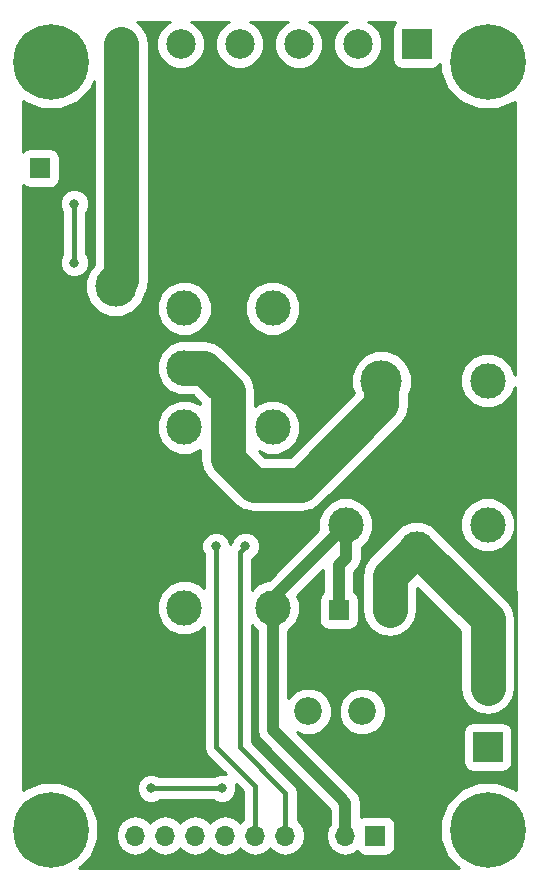
<source format=gbr>
G04 #@! TF.FileFunction,Copper,L2,Bot,Signal*
%FSLAX46Y46*%
G04 Gerber Fmt 4.6, Leading zero omitted, Abs format (unit mm)*
G04 Created by KiCad (PCBNEW 4.0.6) date Monday, July 31, 2017 'PMt' 06:05:11 PM*
%MOMM*%
%LPD*%
G01*
G04 APERTURE LIST*
%ADD10C,0.100000*%
%ADD11C,6.400000*%
%ADD12C,3.000000*%
%ADD13R,2.500000X2.500000*%
%ADD14C,2.500000*%
%ADD15C,2.350000*%
%ADD16R,1.700000X1.700000*%
%ADD17O,1.700000X1.700000*%
%ADD18C,3.500000*%
%ADD19C,0.800000*%
%ADD20C,1.000000*%
%ADD21C,3.000000*%
%ADD22C,0.400000*%
%ADD23C,0.254000*%
G04 APERTURE END LIST*
D10*
D11*
X91000000Y-145000000D03*
X54000000Y-145000000D03*
X91000000Y-80000000D03*
D12*
X65300000Y-126200000D03*
X72800000Y-126200000D03*
X65300000Y-105880000D03*
X72800000Y-100840000D03*
X72800000Y-110920000D03*
X65300000Y-110920000D03*
X72800000Y-105880000D03*
X65300000Y-100840000D03*
D13*
X91000000Y-138000000D03*
D14*
X91000000Y-133000000D03*
D12*
X91000000Y-119200000D03*
X91000000Y-107000000D03*
X79000000Y-119200000D03*
X85000000Y-121200000D03*
D15*
X64500000Y-135000000D03*
X59900000Y-135000000D03*
X75800000Y-135000000D03*
X80400000Y-135000000D03*
D11*
X54000000Y-80000000D03*
D16*
X59600000Y-116100000D03*
X78400000Y-126400000D03*
X53100000Y-89000000D03*
X82700000Y-126400000D03*
X81500000Y-145500000D03*
D17*
X78960000Y-145500000D03*
X76420000Y-145500000D03*
X73880000Y-145500000D03*
X71340000Y-145500000D03*
X68800000Y-145500000D03*
X66260000Y-145500000D03*
X63720000Y-145500000D03*
X61180000Y-145500000D03*
D14*
X60000000Y-78500000D03*
X65000000Y-78500000D03*
X70000000Y-78500000D03*
X75000000Y-78500000D03*
D13*
X85000000Y-78500000D03*
D14*
X80000000Y-78500000D03*
D18*
X82000000Y-107000000D03*
D19*
X86750000Y-132000000D03*
X59900000Y-129900000D03*
X54500000Y-100750000D03*
X88000000Y-85500000D03*
X78000000Y-85500000D03*
X54750000Y-85500000D03*
X68500000Y-141500000D03*
X62500000Y-141500000D03*
X56000000Y-92000000D03*
X56000000Y-97000000D03*
D18*
X59500000Y-99000000D03*
D19*
X68000000Y-121000000D03*
X70500000Y-121000000D03*
D20*
X78960000Y-145500000D02*
X78960000Y-142760000D01*
X78460000Y-142260000D02*
X72800000Y-136600000D01*
X72800000Y-136600000D02*
X72800000Y-126200000D01*
X78960000Y-142760000D02*
X78460000Y-142260000D01*
X78400000Y-126400000D02*
X78400000Y-122600000D01*
X79000000Y-122000000D02*
X79000000Y-119200000D01*
X78400000Y-122600000D02*
X79000000Y-122000000D01*
X72800000Y-126200000D02*
X72800000Y-125400000D01*
X72800000Y-125400000D02*
X79000000Y-119200000D01*
D21*
X74800000Y-115800000D02*
X75200000Y-115800000D01*
X74800000Y-115800000D02*
X71200000Y-115800000D01*
X71200000Y-115800000D02*
X69000000Y-113600000D01*
X69000000Y-113600000D02*
X69000000Y-107900000D01*
X69000000Y-107900000D02*
X66980000Y-105880000D01*
X65300000Y-105880000D02*
X66980000Y-105880000D01*
X82000000Y-109000000D02*
X82000000Y-107000000D01*
X75200000Y-115800000D02*
X82000000Y-109000000D01*
D22*
X62500000Y-141500000D02*
X68500000Y-141500000D01*
X56000000Y-97000000D02*
X56000000Y-92000000D01*
D21*
X82700000Y-126400000D02*
X82700000Y-123500000D01*
X82700000Y-123500000D02*
X85000000Y-121200000D01*
X91000000Y-133000000D02*
X91000000Y-127200000D01*
X91000000Y-127200000D02*
X85000000Y-121200000D01*
X59500000Y-99000000D02*
X60000000Y-98500000D01*
X60000000Y-98500000D02*
X60000000Y-78500000D01*
D22*
X68000000Y-134500000D02*
X68000000Y-138000000D01*
X68000000Y-138000000D02*
X71340000Y-141340000D01*
X71340000Y-145500000D02*
X71340000Y-141340000D01*
X68000000Y-121000000D02*
X68000000Y-134500000D01*
X70000000Y-136000000D02*
X70000000Y-138000000D01*
X73880000Y-141880000D02*
X73880000Y-145500000D01*
X70000000Y-138000000D02*
X73880000Y-141880000D01*
X70000000Y-136000000D02*
X70000000Y-133500000D01*
X70000000Y-121500000D02*
X70000000Y-133500000D01*
X70500000Y-121000000D02*
X70000000Y-121500000D01*
D23*
G36*
X63825011Y-76738178D02*
X63240232Y-77321938D01*
X62923361Y-78085047D01*
X62922640Y-78911328D01*
X63238178Y-79674989D01*
X63821938Y-80259768D01*
X64585047Y-80576639D01*
X65411328Y-80577360D01*
X66174989Y-80261822D01*
X66759768Y-79678062D01*
X67076639Y-78914953D01*
X67077360Y-78088672D01*
X66761822Y-77325011D01*
X66178062Y-76740232D01*
X65905369Y-76627000D01*
X69094083Y-76627000D01*
X68825011Y-76738178D01*
X68240232Y-77321938D01*
X67923361Y-78085047D01*
X67922640Y-78911328D01*
X68238178Y-79674989D01*
X68821938Y-80259768D01*
X69585047Y-80576639D01*
X70411328Y-80577360D01*
X71174989Y-80261822D01*
X71759768Y-79678062D01*
X72076639Y-78914953D01*
X72077360Y-78088672D01*
X71761822Y-77325011D01*
X71178062Y-76740232D01*
X70905369Y-76627000D01*
X74094083Y-76627000D01*
X73825011Y-76738178D01*
X73240232Y-77321938D01*
X72923361Y-78085047D01*
X72922640Y-78911328D01*
X73238178Y-79674989D01*
X73821938Y-80259768D01*
X74585047Y-80576639D01*
X75411328Y-80577360D01*
X76174989Y-80261822D01*
X76759768Y-79678062D01*
X77076639Y-78914953D01*
X77077360Y-78088672D01*
X76761822Y-77325011D01*
X76178062Y-76740232D01*
X75905369Y-76627000D01*
X79094083Y-76627000D01*
X78825011Y-76738178D01*
X78240232Y-77321938D01*
X77923361Y-78085047D01*
X77922640Y-78911328D01*
X78238178Y-79674989D01*
X78821938Y-80259768D01*
X79585047Y-80576639D01*
X80411328Y-80577360D01*
X81174989Y-80261822D01*
X81759768Y-79678062D01*
X82076639Y-78914953D01*
X82077360Y-78088672D01*
X81761822Y-77325011D01*
X81178062Y-76740232D01*
X80905369Y-76627000D01*
X83190946Y-76627000D01*
X83162061Y-76645587D01*
X82973231Y-76921948D01*
X82906799Y-77250000D01*
X82906799Y-79750000D01*
X82964465Y-80056468D01*
X83145587Y-80337939D01*
X83421948Y-80526769D01*
X83750000Y-80593201D01*
X86250000Y-80593201D01*
X86556468Y-80535535D01*
X86837939Y-80354413D01*
X86972861Y-80156949D01*
X86972302Y-80797506D01*
X87584085Y-82278132D01*
X88715909Y-83411934D01*
X90195466Y-84026300D01*
X91797506Y-84027698D01*
X93278132Y-83415915D01*
X93282612Y-83411443D01*
X93314736Y-106508505D01*
X92973885Y-105683582D01*
X92319861Y-105028415D01*
X91464900Y-104673404D01*
X90539162Y-104672597D01*
X89683582Y-105026115D01*
X89028415Y-105680139D01*
X88673404Y-106535100D01*
X88672597Y-107460838D01*
X89026115Y-108316418D01*
X89680139Y-108971585D01*
X90535100Y-109326596D01*
X91460838Y-109327403D01*
X92316418Y-108973885D01*
X92971585Y-108319861D01*
X93316101Y-107490174D01*
X93363636Y-141667750D01*
X93284091Y-141588066D01*
X91804534Y-140973700D01*
X90202494Y-140972302D01*
X88721868Y-141584085D01*
X87588066Y-142715909D01*
X86973700Y-144195466D01*
X86972302Y-145797506D01*
X87584085Y-147278132D01*
X88577217Y-148273000D01*
X56421297Y-148273000D01*
X57411934Y-147284091D01*
X58026300Y-145804534D01*
X58026594Y-145467146D01*
X59503000Y-145467146D01*
X59503000Y-145532854D01*
X59630654Y-146174614D01*
X59994182Y-146718672D01*
X60538240Y-147082200D01*
X61180000Y-147209854D01*
X61821760Y-147082200D01*
X62365818Y-146718672D01*
X62450000Y-146592685D01*
X62534182Y-146718672D01*
X63078240Y-147082200D01*
X63720000Y-147209854D01*
X64361760Y-147082200D01*
X64905818Y-146718672D01*
X64990000Y-146592685D01*
X65074182Y-146718672D01*
X65618240Y-147082200D01*
X66260000Y-147209854D01*
X66901760Y-147082200D01*
X67445818Y-146718672D01*
X67530000Y-146592685D01*
X67614182Y-146718672D01*
X68158240Y-147082200D01*
X68800000Y-147209854D01*
X69441760Y-147082200D01*
X69985818Y-146718672D01*
X70070000Y-146592685D01*
X70154182Y-146718672D01*
X70698240Y-147082200D01*
X71340000Y-147209854D01*
X71981760Y-147082200D01*
X72525818Y-146718672D01*
X72610000Y-146592685D01*
X72694182Y-146718672D01*
X73238240Y-147082200D01*
X73880000Y-147209854D01*
X74521760Y-147082200D01*
X75065818Y-146718672D01*
X75429346Y-146174614D01*
X75557000Y-145532854D01*
X75557000Y-145467146D01*
X75429346Y-144825386D01*
X75065818Y-144281328D01*
X74907000Y-144175209D01*
X74907000Y-141880005D01*
X74907001Y-141880000D01*
X74828824Y-141486985D01*
X74828824Y-141486984D01*
X74606199Y-141153801D01*
X74606196Y-141153799D01*
X71027000Y-137574602D01*
X71027000Y-127717654D01*
X71473000Y-128164434D01*
X71473000Y-136600000D01*
X71574012Y-137107821D01*
X71861669Y-137538331D01*
X77633000Y-143309662D01*
X77633000Y-144492622D01*
X77410654Y-144825386D01*
X77283000Y-145467146D01*
X77283000Y-145532854D01*
X77410654Y-146174614D01*
X77774182Y-146718672D01*
X78318240Y-147082200D01*
X78960000Y-147209854D01*
X79601760Y-147082200D01*
X79977054Y-146831436D01*
X80045587Y-146937939D01*
X80321948Y-147126769D01*
X80650000Y-147193201D01*
X82350000Y-147193201D01*
X82656468Y-147135535D01*
X82937939Y-146954413D01*
X83126769Y-146678052D01*
X83193201Y-146350000D01*
X83193201Y-144650000D01*
X83135535Y-144343532D01*
X82954413Y-144062061D01*
X82678052Y-143873231D01*
X82350000Y-143806799D01*
X80650000Y-143806799D01*
X80343532Y-143864465D01*
X80287000Y-143900842D01*
X80287000Y-142760005D01*
X80287001Y-142760000D01*
X80185988Y-142252179D01*
X79898331Y-141821669D01*
X74849864Y-136773202D01*
X75400031Y-137001651D01*
X76196475Y-137002346D01*
X76932560Y-136698202D01*
X77496223Y-136135522D01*
X77801651Y-135399969D01*
X77801654Y-135396475D01*
X78397654Y-135396475D01*
X78701798Y-136132560D01*
X79264478Y-136696223D01*
X80000031Y-137001651D01*
X80796475Y-137002346D01*
X81407199Y-136750000D01*
X88906799Y-136750000D01*
X88906799Y-139250000D01*
X88964465Y-139556468D01*
X89145587Y-139837939D01*
X89421948Y-140026769D01*
X89750000Y-140093201D01*
X92250000Y-140093201D01*
X92556468Y-140035535D01*
X92837939Y-139854413D01*
X93026769Y-139578052D01*
X93093201Y-139250000D01*
X93093201Y-136750000D01*
X93035535Y-136443532D01*
X92854413Y-136162061D01*
X92578052Y-135973231D01*
X92250000Y-135906799D01*
X89750000Y-135906799D01*
X89443532Y-135964465D01*
X89162061Y-136145587D01*
X88973231Y-136421948D01*
X88906799Y-136750000D01*
X81407199Y-136750000D01*
X81532560Y-136698202D01*
X82096223Y-136135522D01*
X82401651Y-135399969D01*
X82402346Y-134603525D01*
X82098202Y-133867440D01*
X81535522Y-133303777D01*
X80799969Y-132998349D01*
X80003525Y-132997654D01*
X79267440Y-133301798D01*
X78703777Y-133864478D01*
X78398349Y-134600031D01*
X78397654Y-135396475D01*
X77801654Y-135396475D01*
X77802346Y-134603525D01*
X77498202Y-133867440D01*
X76935522Y-133303777D01*
X76199969Y-132998349D01*
X75403525Y-132997654D01*
X74667440Y-133301798D01*
X74127000Y-133841295D01*
X74127000Y-128163321D01*
X74771585Y-127519861D01*
X75126596Y-126664900D01*
X75127403Y-125739162D01*
X74896450Y-125180212D01*
X77073000Y-123003662D01*
X77073000Y-124874200D01*
X76962061Y-124945587D01*
X76773231Y-125221948D01*
X76706799Y-125550000D01*
X76706799Y-127250000D01*
X76764465Y-127556468D01*
X76945587Y-127837939D01*
X77221948Y-128026769D01*
X77550000Y-128093201D01*
X79250000Y-128093201D01*
X79556468Y-128035535D01*
X79837939Y-127854413D01*
X80026769Y-127578052D01*
X80093201Y-127250000D01*
X80093201Y-125550000D01*
X80035535Y-125243532D01*
X79854413Y-124962061D01*
X79727000Y-124875003D01*
X79727000Y-123500000D01*
X80373000Y-123500000D01*
X80373000Y-126400000D01*
X80550132Y-127290504D01*
X81054563Y-128045437D01*
X81809496Y-128549868D01*
X82700000Y-128727000D01*
X83590504Y-128549868D01*
X84345437Y-128045437D01*
X84849868Y-127290504D01*
X85027000Y-126400000D01*
X85027000Y-124517874D01*
X88673000Y-128163875D01*
X88673000Y-133000000D01*
X88850132Y-133890504D01*
X89354563Y-134645437D01*
X90109496Y-135149868D01*
X91000000Y-135327000D01*
X91890504Y-135149868D01*
X92645437Y-134645437D01*
X93149868Y-133890504D01*
X93327000Y-133000000D01*
X93327000Y-127200000D01*
X93149868Y-126309496D01*
X92881477Y-125907821D01*
X92645437Y-125554562D01*
X86751713Y-119660838D01*
X88672597Y-119660838D01*
X89026115Y-120516418D01*
X89680139Y-121171585D01*
X90535100Y-121526596D01*
X91460838Y-121527403D01*
X92316418Y-121173885D01*
X92971585Y-120519861D01*
X93326596Y-119664900D01*
X93327403Y-118739162D01*
X92973885Y-117883582D01*
X92319861Y-117228415D01*
X91464900Y-116873404D01*
X90539162Y-116872597D01*
X89683582Y-117226115D01*
X89028415Y-117880139D01*
X88673404Y-118735100D01*
X88672597Y-119660838D01*
X86751713Y-119660838D01*
X86647159Y-119556285D01*
X86319861Y-119228415D01*
X85464900Y-118873404D01*
X84539162Y-118872597D01*
X83683582Y-119226115D01*
X83028415Y-119880139D01*
X83028009Y-119881116D01*
X81054563Y-121854563D01*
X80550132Y-122609495D01*
X80550132Y-122609496D01*
X80373000Y-123500000D01*
X79727000Y-123500000D01*
X79727000Y-123149662D01*
X79938331Y-122938331D01*
X80225988Y-122507821D01*
X80327000Y-122000000D01*
X80327000Y-121163321D01*
X80971585Y-120519861D01*
X81326596Y-119664900D01*
X81327403Y-118739162D01*
X80973885Y-117883582D01*
X80319861Y-117228415D01*
X79464900Y-116873404D01*
X78539162Y-116872597D01*
X77683582Y-117226115D01*
X77028415Y-117880139D01*
X76673404Y-118735100D01*
X76672606Y-119650732D01*
X72450644Y-123872694D01*
X72339162Y-123872597D01*
X71483582Y-124226115D01*
X71027000Y-124681900D01*
X71027000Y-122109863D01*
X71194131Y-122040806D01*
X71539593Y-121695947D01*
X71726786Y-121245136D01*
X71727212Y-120757005D01*
X71540806Y-120305869D01*
X71195947Y-119960407D01*
X70745136Y-119773214D01*
X70257005Y-119772788D01*
X69805869Y-119959194D01*
X69460407Y-120304053D01*
X69273214Y-120754864D01*
X69273197Y-120774705D01*
X69227136Y-120843640D01*
X69227212Y-120757005D01*
X69040806Y-120305869D01*
X68695947Y-119960407D01*
X68245136Y-119773214D01*
X67757005Y-119772788D01*
X67305869Y-119959194D01*
X66960407Y-120304053D01*
X66773214Y-120754864D01*
X66772788Y-121242995D01*
X66959194Y-121694131D01*
X66973000Y-121707961D01*
X66973000Y-124582171D01*
X66619861Y-124228415D01*
X65764900Y-123873404D01*
X64839162Y-123872597D01*
X63983582Y-124226115D01*
X63328415Y-124880139D01*
X62973404Y-125735100D01*
X62972597Y-126660838D01*
X63326115Y-127516418D01*
X63980139Y-128171585D01*
X64835100Y-128526596D01*
X65760838Y-128527403D01*
X66616418Y-128173885D01*
X66973000Y-127817925D01*
X66973000Y-138000000D01*
X67051176Y-138393016D01*
X67273801Y-138726199D01*
X68874557Y-140326954D01*
X68745136Y-140273214D01*
X68257005Y-140272788D01*
X67805869Y-140459194D01*
X67792039Y-140473000D01*
X63208518Y-140473000D01*
X63195947Y-140460407D01*
X62745136Y-140273214D01*
X62257005Y-140272788D01*
X61805869Y-140459194D01*
X61460407Y-140804053D01*
X61273214Y-141254864D01*
X61272788Y-141742995D01*
X61459194Y-142194131D01*
X61804053Y-142539593D01*
X62254864Y-142726786D01*
X62742995Y-142727212D01*
X63194131Y-142540806D01*
X63207961Y-142527000D01*
X67791482Y-142527000D01*
X67804053Y-142539593D01*
X68254864Y-142726786D01*
X68742995Y-142727212D01*
X69194131Y-142540806D01*
X69539593Y-142195947D01*
X69726786Y-141745136D01*
X69727212Y-141257005D01*
X69672715Y-141125112D01*
X70313000Y-141765397D01*
X70313000Y-144175209D01*
X70154182Y-144281328D01*
X70070000Y-144407315D01*
X69985818Y-144281328D01*
X69441760Y-143917800D01*
X68800000Y-143790146D01*
X68158240Y-143917800D01*
X67614182Y-144281328D01*
X67530000Y-144407315D01*
X67445818Y-144281328D01*
X66901760Y-143917800D01*
X66260000Y-143790146D01*
X65618240Y-143917800D01*
X65074182Y-144281328D01*
X64990000Y-144407315D01*
X64905818Y-144281328D01*
X64361760Y-143917800D01*
X63720000Y-143790146D01*
X63078240Y-143917800D01*
X62534182Y-144281328D01*
X62450000Y-144407315D01*
X62365818Y-144281328D01*
X61821760Y-143917800D01*
X61180000Y-143790146D01*
X60538240Y-143917800D01*
X59994182Y-144281328D01*
X59630654Y-144825386D01*
X59503000Y-145467146D01*
X58026594Y-145467146D01*
X58027698Y-144202494D01*
X57415915Y-142721868D01*
X56284091Y-141588066D01*
X54804534Y-140973700D01*
X53202494Y-140972302D01*
X51721868Y-141584085D01*
X51627000Y-141678787D01*
X51627000Y-106340838D01*
X62972597Y-106340838D01*
X63326115Y-107196418D01*
X63980139Y-107851585D01*
X64835100Y-108206596D01*
X65760838Y-108207403D01*
X65761813Y-108207000D01*
X66016126Y-108207000D01*
X66673000Y-108863875D01*
X66673000Y-109001647D01*
X66619861Y-108948415D01*
X65764900Y-108593404D01*
X64839162Y-108592597D01*
X63983582Y-108946115D01*
X63328415Y-109600139D01*
X62973404Y-110455100D01*
X62972597Y-111380838D01*
X63326115Y-112236418D01*
X63980139Y-112891585D01*
X64835100Y-113246596D01*
X65760838Y-113247403D01*
X66616418Y-112893885D01*
X66673000Y-112837402D01*
X66673000Y-113600000D01*
X66820744Y-114342761D01*
X66850132Y-114490505D01*
X67354563Y-115245437D01*
X69554563Y-117445438D01*
X70309495Y-117949868D01*
X70430876Y-117974012D01*
X71200000Y-118127000D01*
X75200000Y-118127000D01*
X75969124Y-117974012D01*
X76090505Y-117949868D01*
X76845437Y-117445437D01*
X83645437Y-110645438D01*
X84149868Y-109890505D01*
X84218506Y-109545437D01*
X84327000Y-109000000D01*
X84327000Y-108115832D01*
X84576551Y-107514846D01*
X84577446Y-106489652D01*
X84185948Y-105542154D01*
X83461659Y-104816600D01*
X82514846Y-104423449D01*
X81489652Y-104422554D01*
X80542154Y-104814052D01*
X79816600Y-105538341D01*
X79423449Y-106485154D01*
X79422554Y-107510348D01*
X79649507Y-108059618D01*
X74236126Y-113473000D01*
X72163875Y-113473000D01*
X71655117Y-112964242D01*
X72335100Y-113246596D01*
X73260838Y-113247403D01*
X74116418Y-112893885D01*
X74771585Y-112239861D01*
X75126596Y-111384900D01*
X75127403Y-110459162D01*
X74773885Y-109603582D01*
X74119861Y-108948415D01*
X73264900Y-108593404D01*
X72339162Y-108592597D01*
X71483582Y-108946115D01*
X71327000Y-109102424D01*
X71327000Y-107900000D01*
X71149868Y-107009496D01*
X70925029Y-106673001D01*
X70645437Y-106254562D01*
X68625437Y-104234563D01*
X67870505Y-103730132D01*
X67722761Y-103700744D01*
X66980000Y-103553000D01*
X65301457Y-103553000D01*
X64839162Y-103552597D01*
X63983582Y-103906115D01*
X63328415Y-104560139D01*
X62973404Y-105415100D01*
X62972597Y-106340838D01*
X51627000Y-106340838D01*
X51627000Y-92242995D01*
X54772788Y-92242995D01*
X54959194Y-92694131D01*
X54973000Y-92707961D01*
X54973000Y-96291482D01*
X54960407Y-96304053D01*
X54773214Y-96754864D01*
X54772788Y-97242995D01*
X54959194Y-97694131D01*
X55304053Y-98039593D01*
X55754864Y-98226786D01*
X56242995Y-98227212D01*
X56694131Y-98040806D01*
X57039593Y-97695947D01*
X57226786Y-97245136D01*
X57227212Y-96757005D01*
X57040806Y-96305869D01*
X57027000Y-96292039D01*
X57027000Y-92708518D01*
X57039593Y-92695947D01*
X57226786Y-92245136D01*
X57227212Y-91757005D01*
X57040806Y-91305869D01*
X56695947Y-90960407D01*
X56245136Y-90773214D01*
X55757005Y-90772788D01*
X55305869Y-90959194D01*
X54960407Y-91304053D01*
X54773214Y-91754864D01*
X54772788Y-92242995D01*
X51627000Y-92242995D01*
X51627000Y-90409054D01*
X51645587Y-90437939D01*
X51921948Y-90626769D01*
X52250000Y-90693201D01*
X53950000Y-90693201D01*
X54256468Y-90635535D01*
X54537939Y-90454413D01*
X54726769Y-90178052D01*
X54793201Y-89850000D01*
X54793201Y-88150000D01*
X54735535Y-87843532D01*
X54554413Y-87562061D01*
X54278052Y-87373231D01*
X53950000Y-87306799D01*
X52250000Y-87306799D01*
X51943532Y-87364465D01*
X51662061Y-87545587D01*
X51627000Y-87596900D01*
X51627000Y-83322870D01*
X51715909Y-83411934D01*
X53195466Y-84026300D01*
X54797506Y-84027698D01*
X56278132Y-83415915D01*
X57411934Y-82284091D01*
X57673000Y-81655375D01*
X57673000Y-97182562D01*
X57316600Y-97538341D01*
X56923449Y-98485154D01*
X56922554Y-99510348D01*
X57314052Y-100457846D01*
X58038341Y-101183400D01*
X58985154Y-101576551D01*
X60010348Y-101577446D01*
X60679790Y-101300838D01*
X62972597Y-101300838D01*
X63326115Y-102156418D01*
X63980139Y-102811585D01*
X64835100Y-103166596D01*
X65760838Y-103167403D01*
X66616418Y-102813885D01*
X67271585Y-102159861D01*
X67626596Y-101304900D01*
X67626599Y-101300838D01*
X70472597Y-101300838D01*
X70826115Y-102156418D01*
X71480139Y-102811585D01*
X72335100Y-103166596D01*
X73260838Y-103167403D01*
X74116418Y-102813885D01*
X74771585Y-102159861D01*
X75126596Y-101304900D01*
X75127403Y-100379162D01*
X74773885Y-99523582D01*
X74119861Y-98868415D01*
X73264900Y-98513404D01*
X72339162Y-98512597D01*
X71483582Y-98866115D01*
X70828415Y-99520139D01*
X70473404Y-100375100D01*
X70472597Y-101300838D01*
X67626599Y-101300838D01*
X67627403Y-100379162D01*
X67273885Y-99523582D01*
X66619861Y-98868415D01*
X65764900Y-98513404D01*
X64839162Y-98512597D01*
X63983582Y-98866115D01*
X63328415Y-99520139D01*
X62973404Y-100375100D01*
X62972597Y-101300838D01*
X60679790Y-101300838D01*
X60957846Y-101185948D01*
X61683400Y-100461659D01*
X62076551Y-99514846D01*
X62076564Y-99500212D01*
X62149868Y-99390505D01*
X62227544Y-99000000D01*
X62327000Y-98500000D01*
X62327000Y-78500000D01*
X62149868Y-77609496D01*
X61645437Y-76854563D01*
X61304866Y-76627000D01*
X64094083Y-76627000D01*
X63825011Y-76738178D01*
X63825011Y-76738178D01*
G37*
X63825011Y-76738178D02*
X63240232Y-77321938D01*
X62923361Y-78085047D01*
X62922640Y-78911328D01*
X63238178Y-79674989D01*
X63821938Y-80259768D01*
X64585047Y-80576639D01*
X65411328Y-80577360D01*
X66174989Y-80261822D01*
X66759768Y-79678062D01*
X67076639Y-78914953D01*
X67077360Y-78088672D01*
X66761822Y-77325011D01*
X66178062Y-76740232D01*
X65905369Y-76627000D01*
X69094083Y-76627000D01*
X68825011Y-76738178D01*
X68240232Y-77321938D01*
X67923361Y-78085047D01*
X67922640Y-78911328D01*
X68238178Y-79674989D01*
X68821938Y-80259768D01*
X69585047Y-80576639D01*
X70411328Y-80577360D01*
X71174989Y-80261822D01*
X71759768Y-79678062D01*
X72076639Y-78914953D01*
X72077360Y-78088672D01*
X71761822Y-77325011D01*
X71178062Y-76740232D01*
X70905369Y-76627000D01*
X74094083Y-76627000D01*
X73825011Y-76738178D01*
X73240232Y-77321938D01*
X72923361Y-78085047D01*
X72922640Y-78911328D01*
X73238178Y-79674989D01*
X73821938Y-80259768D01*
X74585047Y-80576639D01*
X75411328Y-80577360D01*
X76174989Y-80261822D01*
X76759768Y-79678062D01*
X77076639Y-78914953D01*
X77077360Y-78088672D01*
X76761822Y-77325011D01*
X76178062Y-76740232D01*
X75905369Y-76627000D01*
X79094083Y-76627000D01*
X78825011Y-76738178D01*
X78240232Y-77321938D01*
X77923361Y-78085047D01*
X77922640Y-78911328D01*
X78238178Y-79674989D01*
X78821938Y-80259768D01*
X79585047Y-80576639D01*
X80411328Y-80577360D01*
X81174989Y-80261822D01*
X81759768Y-79678062D01*
X82076639Y-78914953D01*
X82077360Y-78088672D01*
X81761822Y-77325011D01*
X81178062Y-76740232D01*
X80905369Y-76627000D01*
X83190946Y-76627000D01*
X83162061Y-76645587D01*
X82973231Y-76921948D01*
X82906799Y-77250000D01*
X82906799Y-79750000D01*
X82964465Y-80056468D01*
X83145587Y-80337939D01*
X83421948Y-80526769D01*
X83750000Y-80593201D01*
X86250000Y-80593201D01*
X86556468Y-80535535D01*
X86837939Y-80354413D01*
X86972861Y-80156949D01*
X86972302Y-80797506D01*
X87584085Y-82278132D01*
X88715909Y-83411934D01*
X90195466Y-84026300D01*
X91797506Y-84027698D01*
X93278132Y-83415915D01*
X93282612Y-83411443D01*
X93314736Y-106508505D01*
X92973885Y-105683582D01*
X92319861Y-105028415D01*
X91464900Y-104673404D01*
X90539162Y-104672597D01*
X89683582Y-105026115D01*
X89028415Y-105680139D01*
X88673404Y-106535100D01*
X88672597Y-107460838D01*
X89026115Y-108316418D01*
X89680139Y-108971585D01*
X90535100Y-109326596D01*
X91460838Y-109327403D01*
X92316418Y-108973885D01*
X92971585Y-108319861D01*
X93316101Y-107490174D01*
X93363636Y-141667750D01*
X93284091Y-141588066D01*
X91804534Y-140973700D01*
X90202494Y-140972302D01*
X88721868Y-141584085D01*
X87588066Y-142715909D01*
X86973700Y-144195466D01*
X86972302Y-145797506D01*
X87584085Y-147278132D01*
X88577217Y-148273000D01*
X56421297Y-148273000D01*
X57411934Y-147284091D01*
X58026300Y-145804534D01*
X58026594Y-145467146D01*
X59503000Y-145467146D01*
X59503000Y-145532854D01*
X59630654Y-146174614D01*
X59994182Y-146718672D01*
X60538240Y-147082200D01*
X61180000Y-147209854D01*
X61821760Y-147082200D01*
X62365818Y-146718672D01*
X62450000Y-146592685D01*
X62534182Y-146718672D01*
X63078240Y-147082200D01*
X63720000Y-147209854D01*
X64361760Y-147082200D01*
X64905818Y-146718672D01*
X64990000Y-146592685D01*
X65074182Y-146718672D01*
X65618240Y-147082200D01*
X66260000Y-147209854D01*
X66901760Y-147082200D01*
X67445818Y-146718672D01*
X67530000Y-146592685D01*
X67614182Y-146718672D01*
X68158240Y-147082200D01*
X68800000Y-147209854D01*
X69441760Y-147082200D01*
X69985818Y-146718672D01*
X70070000Y-146592685D01*
X70154182Y-146718672D01*
X70698240Y-147082200D01*
X71340000Y-147209854D01*
X71981760Y-147082200D01*
X72525818Y-146718672D01*
X72610000Y-146592685D01*
X72694182Y-146718672D01*
X73238240Y-147082200D01*
X73880000Y-147209854D01*
X74521760Y-147082200D01*
X75065818Y-146718672D01*
X75429346Y-146174614D01*
X75557000Y-145532854D01*
X75557000Y-145467146D01*
X75429346Y-144825386D01*
X75065818Y-144281328D01*
X74907000Y-144175209D01*
X74907000Y-141880005D01*
X74907001Y-141880000D01*
X74828824Y-141486985D01*
X74828824Y-141486984D01*
X74606199Y-141153801D01*
X74606196Y-141153799D01*
X71027000Y-137574602D01*
X71027000Y-127717654D01*
X71473000Y-128164434D01*
X71473000Y-136600000D01*
X71574012Y-137107821D01*
X71861669Y-137538331D01*
X77633000Y-143309662D01*
X77633000Y-144492622D01*
X77410654Y-144825386D01*
X77283000Y-145467146D01*
X77283000Y-145532854D01*
X77410654Y-146174614D01*
X77774182Y-146718672D01*
X78318240Y-147082200D01*
X78960000Y-147209854D01*
X79601760Y-147082200D01*
X79977054Y-146831436D01*
X80045587Y-146937939D01*
X80321948Y-147126769D01*
X80650000Y-147193201D01*
X82350000Y-147193201D01*
X82656468Y-147135535D01*
X82937939Y-146954413D01*
X83126769Y-146678052D01*
X83193201Y-146350000D01*
X83193201Y-144650000D01*
X83135535Y-144343532D01*
X82954413Y-144062061D01*
X82678052Y-143873231D01*
X82350000Y-143806799D01*
X80650000Y-143806799D01*
X80343532Y-143864465D01*
X80287000Y-143900842D01*
X80287000Y-142760005D01*
X80287001Y-142760000D01*
X80185988Y-142252179D01*
X79898331Y-141821669D01*
X74849864Y-136773202D01*
X75400031Y-137001651D01*
X76196475Y-137002346D01*
X76932560Y-136698202D01*
X77496223Y-136135522D01*
X77801651Y-135399969D01*
X77801654Y-135396475D01*
X78397654Y-135396475D01*
X78701798Y-136132560D01*
X79264478Y-136696223D01*
X80000031Y-137001651D01*
X80796475Y-137002346D01*
X81407199Y-136750000D01*
X88906799Y-136750000D01*
X88906799Y-139250000D01*
X88964465Y-139556468D01*
X89145587Y-139837939D01*
X89421948Y-140026769D01*
X89750000Y-140093201D01*
X92250000Y-140093201D01*
X92556468Y-140035535D01*
X92837939Y-139854413D01*
X93026769Y-139578052D01*
X93093201Y-139250000D01*
X93093201Y-136750000D01*
X93035535Y-136443532D01*
X92854413Y-136162061D01*
X92578052Y-135973231D01*
X92250000Y-135906799D01*
X89750000Y-135906799D01*
X89443532Y-135964465D01*
X89162061Y-136145587D01*
X88973231Y-136421948D01*
X88906799Y-136750000D01*
X81407199Y-136750000D01*
X81532560Y-136698202D01*
X82096223Y-136135522D01*
X82401651Y-135399969D01*
X82402346Y-134603525D01*
X82098202Y-133867440D01*
X81535522Y-133303777D01*
X80799969Y-132998349D01*
X80003525Y-132997654D01*
X79267440Y-133301798D01*
X78703777Y-133864478D01*
X78398349Y-134600031D01*
X78397654Y-135396475D01*
X77801654Y-135396475D01*
X77802346Y-134603525D01*
X77498202Y-133867440D01*
X76935522Y-133303777D01*
X76199969Y-132998349D01*
X75403525Y-132997654D01*
X74667440Y-133301798D01*
X74127000Y-133841295D01*
X74127000Y-128163321D01*
X74771585Y-127519861D01*
X75126596Y-126664900D01*
X75127403Y-125739162D01*
X74896450Y-125180212D01*
X77073000Y-123003662D01*
X77073000Y-124874200D01*
X76962061Y-124945587D01*
X76773231Y-125221948D01*
X76706799Y-125550000D01*
X76706799Y-127250000D01*
X76764465Y-127556468D01*
X76945587Y-127837939D01*
X77221948Y-128026769D01*
X77550000Y-128093201D01*
X79250000Y-128093201D01*
X79556468Y-128035535D01*
X79837939Y-127854413D01*
X80026769Y-127578052D01*
X80093201Y-127250000D01*
X80093201Y-125550000D01*
X80035535Y-125243532D01*
X79854413Y-124962061D01*
X79727000Y-124875003D01*
X79727000Y-123500000D01*
X80373000Y-123500000D01*
X80373000Y-126400000D01*
X80550132Y-127290504D01*
X81054563Y-128045437D01*
X81809496Y-128549868D01*
X82700000Y-128727000D01*
X83590504Y-128549868D01*
X84345437Y-128045437D01*
X84849868Y-127290504D01*
X85027000Y-126400000D01*
X85027000Y-124517874D01*
X88673000Y-128163875D01*
X88673000Y-133000000D01*
X88850132Y-133890504D01*
X89354563Y-134645437D01*
X90109496Y-135149868D01*
X91000000Y-135327000D01*
X91890504Y-135149868D01*
X92645437Y-134645437D01*
X93149868Y-133890504D01*
X93327000Y-133000000D01*
X93327000Y-127200000D01*
X93149868Y-126309496D01*
X92881477Y-125907821D01*
X92645437Y-125554562D01*
X86751713Y-119660838D01*
X88672597Y-119660838D01*
X89026115Y-120516418D01*
X89680139Y-121171585D01*
X90535100Y-121526596D01*
X91460838Y-121527403D01*
X92316418Y-121173885D01*
X92971585Y-120519861D01*
X93326596Y-119664900D01*
X93327403Y-118739162D01*
X92973885Y-117883582D01*
X92319861Y-117228415D01*
X91464900Y-116873404D01*
X90539162Y-116872597D01*
X89683582Y-117226115D01*
X89028415Y-117880139D01*
X88673404Y-118735100D01*
X88672597Y-119660838D01*
X86751713Y-119660838D01*
X86647159Y-119556285D01*
X86319861Y-119228415D01*
X85464900Y-118873404D01*
X84539162Y-118872597D01*
X83683582Y-119226115D01*
X83028415Y-119880139D01*
X83028009Y-119881116D01*
X81054563Y-121854563D01*
X80550132Y-122609495D01*
X80550132Y-122609496D01*
X80373000Y-123500000D01*
X79727000Y-123500000D01*
X79727000Y-123149662D01*
X79938331Y-122938331D01*
X80225988Y-122507821D01*
X80327000Y-122000000D01*
X80327000Y-121163321D01*
X80971585Y-120519861D01*
X81326596Y-119664900D01*
X81327403Y-118739162D01*
X80973885Y-117883582D01*
X80319861Y-117228415D01*
X79464900Y-116873404D01*
X78539162Y-116872597D01*
X77683582Y-117226115D01*
X77028415Y-117880139D01*
X76673404Y-118735100D01*
X76672606Y-119650732D01*
X72450644Y-123872694D01*
X72339162Y-123872597D01*
X71483582Y-124226115D01*
X71027000Y-124681900D01*
X71027000Y-122109863D01*
X71194131Y-122040806D01*
X71539593Y-121695947D01*
X71726786Y-121245136D01*
X71727212Y-120757005D01*
X71540806Y-120305869D01*
X71195947Y-119960407D01*
X70745136Y-119773214D01*
X70257005Y-119772788D01*
X69805869Y-119959194D01*
X69460407Y-120304053D01*
X69273214Y-120754864D01*
X69273197Y-120774705D01*
X69227136Y-120843640D01*
X69227212Y-120757005D01*
X69040806Y-120305869D01*
X68695947Y-119960407D01*
X68245136Y-119773214D01*
X67757005Y-119772788D01*
X67305869Y-119959194D01*
X66960407Y-120304053D01*
X66773214Y-120754864D01*
X66772788Y-121242995D01*
X66959194Y-121694131D01*
X66973000Y-121707961D01*
X66973000Y-124582171D01*
X66619861Y-124228415D01*
X65764900Y-123873404D01*
X64839162Y-123872597D01*
X63983582Y-124226115D01*
X63328415Y-124880139D01*
X62973404Y-125735100D01*
X62972597Y-126660838D01*
X63326115Y-127516418D01*
X63980139Y-128171585D01*
X64835100Y-128526596D01*
X65760838Y-128527403D01*
X66616418Y-128173885D01*
X66973000Y-127817925D01*
X66973000Y-138000000D01*
X67051176Y-138393016D01*
X67273801Y-138726199D01*
X68874557Y-140326954D01*
X68745136Y-140273214D01*
X68257005Y-140272788D01*
X67805869Y-140459194D01*
X67792039Y-140473000D01*
X63208518Y-140473000D01*
X63195947Y-140460407D01*
X62745136Y-140273214D01*
X62257005Y-140272788D01*
X61805869Y-140459194D01*
X61460407Y-140804053D01*
X61273214Y-141254864D01*
X61272788Y-141742995D01*
X61459194Y-142194131D01*
X61804053Y-142539593D01*
X62254864Y-142726786D01*
X62742995Y-142727212D01*
X63194131Y-142540806D01*
X63207961Y-142527000D01*
X67791482Y-142527000D01*
X67804053Y-142539593D01*
X68254864Y-142726786D01*
X68742995Y-142727212D01*
X69194131Y-142540806D01*
X69539593Y-142195947D01*
X69726786Y-141745136D01*
X69727212Y-141257005D01*
X69672715Y-141125112D01*
X70313000Y-141765397D01*
X70313000Y-144175209D01*
X70154182Y-144281328D01*
X70070000Y-144407315D01*
X69985818Y-144281328D01*
X69441760Y-143917800D01*
X68800000Y-143790146D01*
X68158240Y-143917800D01*
X67614182Y-144281328D01*
X67530000Y-144407315D01*
X67445818Y-144281328D01*
X66901760Y-143917800D01*
X66260000Y-143790146D01*
X65618240Y-143917800D01*
X65074182Y-144281328D01*
X64990000Y-144407315D01*
X64905818Y-144281328D01*
X64361760Y-143917800D01*
X63720000Y-143790146D01*
X63078240Y-143917800D01*
X62534182Y-144281328D01*
X62450000Y-144407315D01*
X62365818Y-144281328D01*
X61821760Y-143917800D01*
X61180000Y-143790146D01*
X60538240Y-143917800D01*
X59994182Y-144281328D01*
X59630654Y-144825386D01*
X59503000Y-145467146D01*
X58026594Y-145467146D01*
X58027698Y-144202494D01*
X57415915Y-142721868D01*
X56284091Y-141588066D01*
X54804534Y-140973700D01*
X53202494Y-140972302D01*
X51721868Y-141584085D01*
X51627000Y-141678787D01*
X51627000Y-106340838D01*
X62972597Y-106340838D01*
X63326115Y-107196418D01*
X63980139Y-107851585D01*
X64835100Y-108206596D01*
X65760838Y-108207403D01*
X65761813Y-108207000D01*
X66016126Y-108207000D01*
X66673000Y-108863875D01*
X66673000Y-109001647D01*
X66619861Y-108948415D01*
X65764900Y-108593404D01*
X64839162Y-108592597D01*
X63983582Y-108946115D01*
X63328415Y-109600139D01*
X62973404Y-110455100D01*
X62972597Y-111380838D01*
X63326115Y-112236418D01*
X63980139Y-112891585D01*
X64835100Y-113246596D01*
X65760838Y-113247403D01*
X66616418Y-112893885D01*
X66673000Y-112837402D01*
X66673000Y-113600000D01*
X66820744Y-114342761D01*
X66850132Y-114490505D01*
X67354563Y-115245437D01*
X69554563Y-117445438D01*
X70309495Y-117949868D01*
X70430876Y-117974012D01*
X71200000Y-118127000D01*
X75200000Y-118127000D01*
X75969124Y-117974012D01*
X76090505Y-117949868D01*
X76845437Y-117445437D01*
X83645437Y-110645438D01*
X84149868Y-109890505D01*
X84218506Y-109545437D01*
X84327000Y-109000000D01*
X84327000Y-108115832D01*
X84576551Y-107514846D01*
X84577446Y-106489652D01*
X84185948Y-105542154D01*
X83461659Y-104816600D01*
X82514846Y-104423449D01*
X81489652Y-104422554D01*
X80542154Y-104814052D01*
X79816600Y-105538341D01*
X79423449Y-106485154D01*
X79422554Y-107510348D01*
X79649507Y-108059618D01*
X74236126Y-113473000D01*
X72163875Y-113473000D01*
X71655117Y-112964242D01*
X72335100Y-113246596D01*
X73260838Y-113247403D01*
X74116418Y-112893885D01*
X74771585Y-112239861D01*
X75126596Y-111384900D01*
X75127403Y-110459162D01*
X74773885Y-109603582D01*
X74119861Y-108948415D01*
X73264900Y-108593404D01*
X72339162Y-108592597D01*
X71483582Y-108946115D01*
X71327000Y-109102424D01*
X71327000Y-107900000D01*
X71149868Y-107009496D01*
X70925029Y-106673001D01*
X70645437Y-106254562D01*
X68625437Y-104234563D01*
X67870505Y-103730132D01*
X67722761Y-103700744D01*
X66980000Y-103553000D01*
X65301457Y-103553000D01*
X64839162Y-103552597D01*
X63983582Y-103906115D01*
X63328415Y-104560139D01*
X62973404Y-105415100D01*
X62972597Y-106340838D01*
X51627000Y-106340838D01*
X51627000Y-92242995D01*
X54772788Y-92242995D01*
X54959194Y-92694131D01*
X54973000Y-92707961D01*
X54973000Y-96291482D01*
X54960407Y-96304053D01*
X54773214Y-96754864D01*
X54772788Y-97242995D01*
X54959194Y-97694131D01*
X55304053Y-98039593D01*
X55754864Y-98226786D01*
X56242995Y-98227212D01*
X56694131Y-98040806D01*
X57039593Y-97695947D01*
X57226786Y-97245136D01*
X57227212Y-96757005D01*
X57040806Y-96305869D01*
X57027000Y-96292039D01*
X57027000Y-92708518D01*
X57039593Y-92695947D01*
X57226786Y-92245136D01*
X57227212Y-91757005D01*
X57040806Y-91305869D01*
X56695947Y-90960407D01*
X56245136Y-90773214D01*
X55757005Y-90772788D01*
X55305869Y-90959194D01*
X54960407Y-91304053D01*
X54773214Y-91754864D01*
X54772788Y-92242995D01*
X51627000Y-92242995D01*
X51627000Y-90409054D01*
X51645587Y-90437939D01*
X51921948Y-90626769D01*
X52250000Y-90693201D01*
X53950000Y-90693201D01*
X54256468Y-90635535D01*
X54537939Y-90454413D01*
X54726769Y-90178052D01*
X54793201Y-89850000D01*
X54793201Y-88150000D01*
X54735535Y-87843532D01*
X54554413Y-87562061D01*
X54278052Y-87373231D01*
X53950000Y-87306799D01*
X52250000Y-87306799D01*
X51943532Y-87364465D01*
X51662061Y-87545587D01*
X51627000Y-87596900D01*
X51627000Y-83322870D01*
X51715909Y-83411934D01*
X53195466Y-84026300D01*
X54797506Y-84027698D01*
X56278132Y-83415915D01*
X57411934Y-82284091D01*
X57673000Y-81655375D01*
X57673000Y-97182562D01*
X57316600Y-97538341D01*
X56923449Y-98485154D01*
X56922554Y-99510348D01*
X57314052Y-100457846D01*
X58038341Y-101183400D01*
X58985154Y-101576551D01*
X60010348Y-101577446D01*
X60679790Y-101300838D01*
X62972597Y-101300838D01*
X63326115Y-102156418D01*
X63980139Y-102811585D01*
X64835100Y-103166596D01*
X65760838Y-103167403D01*
X66616418Y-102813885D01*
X67271585Y-102159861D01*
X67626596Y-101304900D01*
X67626599Y-101300838D01*
X70472597Y-101300838D01*
X70826115Y-102156418D01*
X71480139Y-102811585D01*
X72335100Y-103166596D01*
X73260838Y-103167403D01*
X74116418Y-102813885D01*
X74771585Y-102159861D01*
X75126596Y-101304900D01*
X75127403Y-100379162D01*
X74773885Y-99523582D01*
X74119861Y-98868415D01*
X73264900Y-98513404D01*
X72339162Y-98512597D01*
X71483582Y-98866115D01*
X70828415Y-99520139D01*
X70473404Y-100375100D01*
X70472597Y-101300838D01*
X67626599Y-101300838D01*
X67627403Y-100379162D01*
X67273885Y-99523582D01*
X66619861Y-98868415D01*
X65764900Y-98513404D01*
X64839162Y-98512597D01*
X63983582Y-98866115D01*
X63328415Y-99520139D01*
X62973404Y-100375100D01*
X62972597Y-101300838D01*
X60679790Y-101300838D01*
X60957846Y-101185948D01*
X61683400Y-100461659D01*
X62076551Y-99514846D01*
X62076564Y-99500212D01*
X62149868Y-99390505D01*
X62227544Y-99000000D01*
X62327000Y-98500000D01*
X62327000Y-78500000D01*
X62149868Y-77609496D01*
X61645437Y-76854563D01*
X61304866Y-76627000D01*
X64094083Y-76627000D01*
X63825011Y-76738178D01*
M02*

</source>
